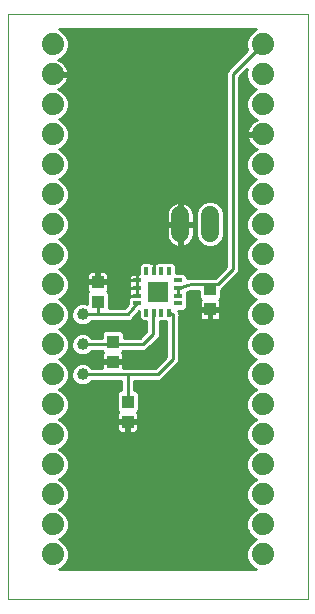
<source format=gtl>
G75*
%MOIN*%
%OFA0B0*%
%FSLAX25Y25*%
%IPPOS*%
%LPD*%
%AMOC8*
5,1,8,0,0,1.08239X$1,22.5*
%
%ADD10C,0.00000*%
%ADD11R,0.03937X0.04331*%
%ADD12C,0.06000*%
%ADD13C,0.07400*%
%ADD14R,0.06890X0.06890*%
%ADD15R,0.02559X0.01457*%
%ADD16R,0.01457X0.02559*%
%ADD17C,0.01000*%
%ADD18C,0.03969*%
D10*
X0001000Y0016000D02*
X0001000Y0211000D01*
X0101000Y0211000D01*
X0101000Y0016000D01*
X0001000Y0016000D01*
D11*
X0036000Y0095154D03*
X0036000Y0101846D03*
X0031000Y0115154D03*
X0031000Y0121846D03*
X0041000Y0081846D03*
X0041000Y0075154D03*
X0068500Y0112654D03*
X0068500Y0119346D03*
D12*
X0068500Y0138000D02*
X0068500Y0144000D01*
X0058500Y0144000D02*
X0058500Y0138000D01*
D13*
X0086000Y0141000D03*
X0086000Y0131000D03*
X0086000Y0121000D03*
X0086000Y0111000D03*
X0086000Y0101000D03*
X0086000Y0091000D03*
X0086000Y0081000D03*
X0086000Y0071000D03*
X0086000Y0061000D03*
X0086000Y0051000D03*
X0086000Y0041000D03*
X0086000Y0031000D03*
X0086000Y0151000D03*
X0086000Y0161000D03*
X0086000Y0171000D03*
X0086000Y0181000D03*
X0086000Y0191000D03*
X0086000Y0201000D03*
X0016000Y0201000D03*
X0016000Y0191000D03*
X0016000Y0181000D03*
X0016000Y0171000D03*
X0016000Y0161000D03*
X0016000Y0151000D03*
X0016000Y0141000D03*
X0016000Y0131000D03*
X0016000Y0121000D03*
X0016000Y0111000D03*
X0016000Y0101000D03*
X0016000Y0091000D03*
X0016000Y0081000D03*
X0016000Y0071000D03*
X0016000Y0061000D03*
X0016000Y0051000D03*
X0016000Y0041000D03*
X0016000Y0031000D03*
D14*
X0051000Y0118500D03*
D15*
X0057890Y0117220D03*
X0057890Y0114661D03*
X0057890Y0119780D03*
X0057890Y0122339D03*
X0044110Y0122339D03*
X0044110Y0119780D03*
X0044110Y0117220D03*
X0044110Y0114661D03*
D16*
X0047161Y0111610D03*
X0049720Y0111610D03*
X0052280Y0111610D03*
X0054839Y0111610D03*
X0054839Y0125390D03*
X0052280Y0125390D03*
X0049720Y0125390D03*
X0047161Y0125390D03*
D17*
X0044733Y0127373D02*
X0045729Y0128369D01*
X0048594Y0128369D01*
X0048794Y0128169D01*
X0048795Y0128169D01*
X0049720Y0128169D01*
X0049720Y0125390D01*
X0049721Y0125390D01*
X0049721Y0128169D01*
X0050646Y0128169D01*
X0050647Y0128169D01*
X0050847Y0128369D01*
X0056271Y0128369D01*
X0057267Y0127373D01*
X0057267Y0124767D01*
X0059873Y0124767D01*
X0060869Y0123771D01*
X0060869Y0122981D01*
X0061089Y0123200D01*
X0061680Y0123200D01*
X0062247Y0123368D01*
X0062558Y0123200D01*
X0065816Y0123200D01*
X0065827Y0123212D01*
X0070101Y0123212D01*
X0073800Y0126911D01*
X0073800Y0191911D01*
X0080956Y0199067D01*
X0080600Y0199926D01*
X0080600Y0202074D01*
X0081422Y0204059D01*
X0082941Y0205578D01*
X0083960Y0206000D01*
X0018040Y0206000D01*
X0019059Y0205578D01*
X0020578Y0204059D01*
X0021400Y0202074D01*
X0021400Y0199926D01*
X0020578Y0197941D01*
X0019059Y0196422D01*
X0017776Y0195891D01*
X0017996Y0195819D01*
X0018725Y0195447D01*
X0019388Y0194966D01*
X0019966Y0194388D01*
X0020447Y0193725D01*
X0020819Y0192996D01*
X0021072Y0192218D01*
X0021186Y0191500D01*
X0016500Y0191500D01*
X0016500Y0190500D01*
X0021186Y0190500D01*
X0021072Y0189782D01*
X0020819Y0189004D01*
X0020447Y0188275D01*
X0019966Y0187612D01*
X0019388Y0187034D01*
X0018725Y0186553D01*
X0017996Y0186181D01*
X0017776Y0186109D01*
X0019059Y0185578D01*
X0020578Y0184059D01*
X0021400Y0182074D01*
X0021400Y0179926D01*
X0020578Y0177941D01*
X0019059Y0176422D01*
X0018040Y0176000D01*
X0019059Y0175578D01*
X0020578Y0174059D01*
X0021400Y0172074D01*
X0021400Y0169926D01*
X0020578Y0167941D01*
X0019059Y0166422D01*
X0018040Y0166000D01*
X0019059Y0165578D01*
X0020578Y0164059D01*
X0021400Y0162074D01*
X0021400Y0159926D01*
X0020578Y0157941D01*
X0019059Y0156422D01*
X0018040Y0156000D01*
X0019059Y0155578D01*
X0020578Y0154059D01*
X0021400Y0152074D01*
X0021400Y0149926D01*
X0020578Y0147941D01*
X0019059Y0146422D01*
X0018040Y0146000D01*
X0019059Y0145578D01*
X0020578Y0144059D01*
X0021400Y0142074D01*
X0021400Y0139926D01*
X0020578Y0137941D01*
X0019059Y0136422D01*
X0018040Y0136000D01*
X0019059Y0135578D01*
X0020578Y0134059D01*
X0021400Y0132074D01*
X0021400Y0129926D01*
X0020578Y0127941D01*
X0019059Y0126422D01*
X0018040Y0126000D01*
X0019059Y0125578D01*
X0020578Y0124059D01*
X0021400Y0122074D01*
X0021400Y0119926D01*
X0020578Y0117941D01*
X0019059Y0116422D01*
X0018040Y0116000D01*
X0019059Y0115578D01*
X0020578Y0114059D01*
X0021400Y0112074D01*
X0021400Y0109926D01*
X0020578Y0107941D01*
X0019059Y0106422D01*
X0018040Y0106000D01*
X0019059Y0105578D01*
X0020578Y0104059D01*
X0021400Y0102074D01*
X0021400Y0099926D01*
X0020578Y0097941D01*
X0019059Y0096422D01*
X0018040Y0096000D01*
X0019059Y0095578D01*
X0020578Y0094059D01*
X0021400Y0092074D01*
X0021400Y0089926D01*
X0020578Y0087941D01*
X0019059Y0086422D01*
X0018040Y0086000D01*
X0019059Y0085578D01*
X0020578Y0084059D01*
X0021400Y0082074D01*
X0021400Y0079926D01*
X0020578Y0077941D01*
X0019059Y0076422D01*
X0018040Y0076000D01*
X0019059Y0075578D01*
X0020578Y0074059D01*
X0021400Y0072074D01*
X0021400Y0069926D01*
X0020578Y0067941D01*
X0019059Y0066422D01*
X0018040Y0066000D01*
X0019059Y0065578D01*
X0020578Y0064059D01*
X0021400Y0062074D01*
X0021400Y0059926D01*
X0020578Y0057941D01*
X0019059Y0056422D01*
X0018040Y0056000D01*
X0019059Y0055578D01*
X0020578Y0054059D01*
X0021400Y0052074D01*
X0021400Y0049926D01*
X0020578Y0047941D01*
X0019059Y0046422D01*
X0018040Y0046000D01*
X0019059Y0045578D01*
X0020578Y0044059D01*
X0021400Y0042074D01*
X0021400Y0039926D01*
X0020578Y0037941D01*
X0019059Y0036422D01*
X0018040Y0036000D01*
X0019059Y0035578D01*
X0020578Y0034059D01*
X0021400Y0032074D01*
X0021400Y0029926D01*
X0020578Y0027941D01*
X0019059Y0026422D01*
X0018040Y0026000D01*
X0083960Y0026000D01*
X0082941Y0026422D01*
X0081422Y0027941D01*
X0080600Y0029926D01*
X0080600Y0032074D01*
X0081422Y0034059D01*
X0082941Y0035578D01*
X0083960Y0036000D01*
X0082941Y0036422D01*
X0081422Y0037941D01*
X0080600Y0039926D01*
X0080600Y0042074D01*
X0081422Y0044059D01*
X0082941Y0045578D01*
X0083960Y0046000D01*
X0082941Y0046422D01*
X0081422Y0047941D01*
X0080600Y0049926D01*
X0080600Y0052074D01*
X0081422Y0054059D01*
X0082941Y0055578D01*
X0083960Y0056000D01*
X0082941Y0056422D01*
X0081422Y0057941D01*
X0080600Y0059926D01*
X0080600Y0062074D01*
X0081422Y0064059D01*
X0082941Y0065578D01*
X0083960Y0066000D01*
X0082941Y0066422D01*
X0081422Y0067941D01*
X0080600Y0069926D01*
X0080600Y0072074D01*
X0081422Y0074059D01*
X0082941Y0075578D01*
X0083960Y0076000D01*
X0082941Y0076422D01*
X0081422Y0077941D01*
X0080600Y0079926D01*
X0080600Y0082074D01*
X0081422Y0084059D01*
X0082941Y0085578D01*
X0083960Y0086000D01*
X0082941Y0086422D01*
X0081422Y0087941D01*
X0080600Y0089926D01*
X0080600Y0092074D01*
X0081422Y0094059D01*
X0082941Y0095578D01*
X0083960Y0096000D01*
X0082941Y0096422D01*
X0081422Y0097941D01*
X0080600Y0099926D01*
X0080600Y0102074D01*
X0081422Y0104059D01*
X0082941Y0105578D01*
X0083960Y0106000D01*
X0082941Y0106422D01*
X0081422Y0107941D01*
X0080600Y0109926D01*
X0080600Y0112074D01*
X0081422Y0114059D01*
X0082941Y0115578D01*
X0083960Y0116000D01*
X0082941Y0116422D01*
X0081422Y0117941D01*
X0080600Y0119926D01*
X0080600Y0122074D01*
X0081422Y0124059D01*
X0082941Y0125578D01*
X0083960Y0126000D01*
X0082941Y0126422D01*
X0081422Y0127941D01*
X0080600Y0129926D01*
X0080600Y0132074D01*
X0081422Y0134059D01*
X0082941Y0135578D01*
X0083960Y0136000D01*
X0082941Y0136422D01*
X0081422Y0137941D01*
X0080600Y0139926D01*
X0080600Y0142074D01*
X0081422Y0144059D01*
X0082941Y0145578D01*
X0083960Y0146000D01*
X0082941Y0146422D01*
X0081422Y0147941D01*
X0080600Y0149926D01*
X0080600Y0152074D01*
X0081422Y0154059D01*
X0082941Y0155578D01*
X0083960Y0156000D01*
X0082941Y0156422D01*
X0081422Y0157941D01*
X0080600Y0159926D01*
X0080600Y0162074D01*
X0081422Y0164059D01*
X0082941Y0165578D01*
X0084224Y0166109D01*
X0084004Y0166181D01*
X0083275Y0166553D01*
X0082612Y0167034D01*
X0082034Y0167612D01*
X0081553Y0168275D01*
X0081181Y0169004D01*
X0080928Y0169782D01*
X0080814Y0170500D01*
X0085500Y0170500D01*
X0085500Y0171500D01*
X0080814Y0171500D01*
X0080928Y0172218D01*
X0081181Y0172996D01*
X0081553Y0173725D01*
X0082034Y0174388D01*
X0082612Y0174966D01*
X0083275Y0175447D01*
X0084004Y0175819D01*
X0084224Y0175891D01*
X0082941Y0176422D01*
X0081422Y0177941D01*
X0080600Y0179926D01*
X0080600Y0182074D01*
X0081422Y0184059D01*
X0082941Y0185578D01*
X0083960Y0186000D01*
X0082941Y0186422D01*
X0081422Y0187941D01*
X0080600Y0189926D01*
X0080600Y0192074D01*
X0080893Y0192782D01*
X0078200Y0190089D01*
X0078200Y0125089D01*
X0076911Y0123800D01*
X0072168Y0119057D01*
X0072168Y0116477D01*
X0071550Y0115859D01*
X0071669Y0115740D01*
X0071866Y0115398D01*
X0071968Y0115016D01*
X0071968Y0113138D01*
X0068984Y0113138D01*
X0068984Y0112169D01*
X0068984Y0108988D01*
X0070666Y0108988D01*
X0071047Y0109090D01*
X0071390Y0109288D01*
X0071669Y0109567D01*
X0071866Y0109909D01*
X0071968Y0110291D01*
X0071968Y0112169D01*
X0068984Y0112169D01*
X0068016Y0112169D01*
X0068016Y0108988D01*
X0066334Y0108988D01*
X0065953Y0109090D01*
X0065610Y0109288D01*
X0065331Y0109567D01*
X0065134Y0109909D01*
X0065031Y0110291D01*
X0065031Y0112169D01*
X0068016Y0112169D01*
X0068016Y0113138D01*
X0065031Y0113138D01*
X0065031Y0115016D01*
X0065134Y0115398D01*
X0065331Y0115740D01*
X0065450Y0115859D01*
X0064831Y0116477D01*
X0064831Y0118800D01*
X0062320Y0118800D01*
X0060869Y0118369D01*
X0060869Y0113229D01*
X0059873Y0112233D01*
X0057920Y0112233D01*
X0057939Y0112172D01*
X0058200Y0111911D01*
X0058200Y0111334D01*
X0058371Y0110783D01*
X0058200Y0110457D01*
X0058200Y0095089D01*
X0053200Y0090089D01*
X0051911Y0088800D01*
X0043200Y0088800D01*
X0043200Y0085712D01*
X0043673Y0085712D01*
X0044668Y0084716D01*
X0044668Y0078977D01*
X0044050Y0078359D01*
X0044169Y0078240D01*
X0044366Y0077898D01*
X0044468Y0077516D01*
X0044468Y0075638D01*
X0041484Y0075638D01*
X0041484Y0074669D01*
X0041484Y0071488D01*
X0043166Y0071488D01*
X0043547Y0071590D01*
X0043890Y0071788D01*
X0044169Y0072067D01*
X0044366Y0072409D01*
X0044468Y0072791D01*
X0044468Y0074669D01*
X0041484Y0074669D01*
X0040516Y0074669D01*
X0040516Y0071488D01*
X0038834Y0071488D01*
X0038453Y0071590D01*
X0038110Y0071788D01*
X0037831Y0072067D01*
X0037634Y0072409D01*
X0037531Y0072791D01*
X0037531Y0074669D01*
X0040516Y0074669D01*
X0040516Y0075638D01*
X0037531Y0075638D01*
X0037531Y0077516D01*
X0037634Y0077898D01*
X0037831Y0078240D01*
X0037950Y0078359D01*
X0037331Y0078977D01*
X0037331Y0084716D01*
X0038327Y0085712D01*
X0038800Y0085712D01*
X0038800Y0088800D01*
X0029010Y0088800D01*
X0028087Y0087877D01*
X0026733Y0087316D01*
X0025267Y0087316D01*
X0023913Y0087877D01*
X0022877Y0088913D01*
X0022316Y0090267D01*
X0022316Y0091733D01*
X0022877Y0093087D01*
X0023913Y0094123D01*
X0025267Y0094684D01*
X0026733Y0094684D01*
X0028087Y0094123D01*
X0029010Y0093200D01*
X0032531Y0093200D01*
X0032531Y0094669D01*
X0035516Y0094669D01*
X0035516Y0095638D01*
X0032531Y0095638D01*
X0032531Y0097516D01*
X0032634Y0097898D01*
X0032831Y0098240D01*
X0032950Y0098359D01*
X0032508Y0098800D01*
X0029010Y0098800D01*
X0028087Y0097877D01*
X0026733Y0097316D01*
X0025267Y0097316D01*
X0023913Y0097877D01*
X0022877Y0098913D01*
X0022316Y0100267D01*
X0022316Y0101733D01*
X0022877Y0103087D01*
X0023913Y0104123D01*
X0025267Y0104684D01*
X0026733Y0104684D01*
X0028087Y0104123D01*
X0029010Y0103200D01*
X0032331Y0103200D01*
X0032331Y0104716D01*
X0033327Y0105712D01*
X0038673Y0105712D01*
X0039668Y0104716D01*
X0039668Y0103200D01*
X0045089Y0103200D01*
X0047300Y0105411D01*
X0047300Y0108631D01*
X0045729Y0108631D01*
X0044733Y0109627D01*
X0044733Y0111996D01*
X0043200Y0110192D01*
X0043200Y0110089D01*
X0042619Y0109508D01*
X0042087Y0108881D01*
X0041984Y0108873D01*
X0041911Y0108800D01*
X0041089Y0108800D01*
X0040270Y0108733D01*
X0040192Y0108800D01*
X0029010Y0108800D01*
X0028087Y0107877D01*
X0026733Y0107316D01*
X0025267Y0107316D01*
X0023913Y0107877D01*
X0022877Y0108913D01*
X0022316Y0110267D01*
X0022316Y0111733D01*
X0022877Y0113087D01*
X0023913Y0114123D01*
X0025267Y0114684D01*
X0026733Y0114684D01*
X0027331Y0114436D01*
X0027331Y0118023D01*
X0027950Y0118641D01*
X0027831Y0118760D01*
X0027634Y0119102D01*
X0027531Y0119484D01*
X0027531Y0121362D01*
X0030516Y0121362D01*
X0030516Y0122331D01*
X0030516Y0125512D01*
X0028834Y0125512D01*
X0028453Y0125410D01*
X0028110Y0125212D01*
X0027831Y0124933D01*
X0027634Y0124591D01*
X0027531Y0124209D01*
X0027531Y0122331D01*
X0030516Y0122331D01*
X0031484Y0122331D01*
X0031484Y0125512D01*
X0033166Y0125512D01*
X0033547Y0125410D01*
X0033890Y0125212D01*
X0034169Y0124933D01*
X0034366Y0124591D01*
X0034468Y0124209D01*
X0034468Y0122331D01*
X0031484Y0122331D01*
X0031484Y0121362D01*
X0034468Y0121362D01*
X0034468Y0119484D01*
X0034366Y0119102D01*
X0034169Y0118760D01*
X0034050Y0118641D01*
X0034668Y0118023D01*
X0034668Y0113200D01*
X0039982Y0113200D01*
X0041131Y0114552D01*
X0041131Y0116094D01*
X0041331Y0116294D01*
X0041331Y0116295D01*
X0041331Y0117220D01*
X0044110Y0117220D01*
X0044110Y0117221D01*
X0044110Y0119779D01*
X0044110Y0119779D01*
X0041331Y0119779D01*
X0041331Y0118854D01*
X0041425Y0118500D01*
X0041331Y0118146D01*
X0041331Y0117221D01*
X0044110Y0117221D01*
X0044110Y0117221D01*
X0044110Y0117551D01*
X0044110Y0119779D01*
X0044110Y0119780D01*
X0044110Y0122338D01*
X0044110Y0122338D01*
X0044110Y0122339D02*
X0041331Y0122339D01*
X0044110Y0122339D01*
X0044110Y0124567D01*
X0042633Y0124567D01*
X0042252Y0124465D01*
X0041910Y0124267D01*
X0041630Y0123988D01*
X0041433Y0123646D01*
X0041331Y0123264D01*
X0041331Y0122339D01*
X0041331Y0121413D01*
X0041425Y0121059D01*
X0041331Y0120705D01*
X0041331Y0119780D01*
X0044110Y0119780D01*
X0044110Y0119780D01*
X0044110Y0120110D01*
X0044110Y0122338D01*
X0044110Y0122339D02*
X0044110Y0122339D01*
X0044110Y0122339D01*
X0044110Y0124567D01*
X0044733Y0124567D01*
X0044733Y0127373D01*
X0044733Y0126827D02*
X0019464Y0126827D01*
X0020463Y0127826D02*
X0045185Y0127826D01*
X0044733Y0125829D02*
X0018453Y0125829D01*
X0019806Y0124830D02*
X0027772Y0124830D01*
X0027531Y0123832D02*
X0020672Y0123832D01*
X0021086Y0122833D02*
X0027531Y0122833D01*
X0027531Y0120836D02*
X0021400Y0120836D01*
X0021400Y0121835D02*
X0030516Y0121835D01*
X0031484Y0121835D02*
X0041331Y0121835D01*
X0041331Y0122833D02*
X0034468Y0122833D01*
X0034468Y0123832D02*
X0041540Y0123832D01*
X0041366Y0120836D02*
X0034468Y0120836D01*
X0034468Y0119838D02*
X0041331Y0119838D01*
X0041335Y0118839D02*
X0034214Y0118839D01*
X0034668Y0117841D02*
X0041331Y0117841D01*
X0041331Y0116842D02*
X0034668Y0116842D01*
X0034668Y0115844D02*
X0041131Y0115844D01*
X0041131Y0114845D02*
X0034668Y0114845D01*
X0034668Y0113847D02*
X0040532Y0113847D01*
X0041000Y0111000D02*
X0031000Y0111000D01*
X0031000Y0115154D01*
X0031000Y0111000D02*
X0026000Y0111000D01*
X0027331Y0114845D02*
X0019792Y0114845D01*
X0020666Y0113847D02*
X0023636Y0113847D01*
X0022778Y0112848D02*
X0021079Y0112848D01*
X0021400Y0111850D02*
X0022364Y0111850D01*
X0022316Y0110851D02*
X0021400Y0110851D01*
X0021370Y0109853D02*
X0022487Y0109853D01*
X0022936Y0108854D02*
X0020956Y0108854D01*
X0020492Y0107856D02*
X0023964Y0107856D01*
X0023651Y0103862D02*
X0020660Y0103862D01*
X0021073Y0102863D02*
X0022784Y0102863D01*
X0022370Y0101865D02*
X0021400Y0101865D01*
X0021400Y0100866D02*
X0022316Y0100866D01*
X0022481Y0099868D02*
X0021376Y0099868D01*
X0020962Y0098869D02*
X0022921Y0098869D01*
X0023928Y0097870D02*
X0020507Y0097870D01*
X0019509Y0096872D02*
X0032531Y0096872D01*
X0032531Y0095873D02*
X0018345Y0095873D01*
X0019762Y0094875D02*
X0035516Y0094875D01*
X0036484Y0094875D02*
X0051764Y0094875D01*
X0052762Y0095873D02*
X0039468Y0095873D01*
X0039468Y0095638D02*
X0039468Y0097516D01*
X0039366Y0097898D01*
X0039169Y0098240D01*
X0039050Y0098359D01*
X0039492Y0098800D01*
X0046911Y0098800D01*
X0048200Y0100089D01*
X0051700Y0103589D01*
X0051700Y0108631D01*
X0053800Y0108631D01*
X0053800Y0096911D01*
X0050089Y0093200D01*
X0039468Y0093200D01*
X0039468Y0094669D01*
X0036484Y0094669D01*
X0036484Y0095638D01*
X0039468Y0095638D01*
X0039468Y0096872D02*
X0053761Y0096872D01*
X0053800Y0097870D02*
X0039374Y0097870D01*
X0039468Y0093876D02*
X0050765Y0093876D01*
X0051000Y0091000D02*
X0041000Y0091000D01*
X0026000Y0091000D01*
X0028334Y0093876D02*
X0032531Y0093876D01*
X0032626Y0097870D02*
X0028072Y0097870D01*
X0026000Y0101000D02*
X0036846Y0101000D01*
X0036000Y0101846D01*
X0036846Y0101000D02*
X0046000Y0101000D01*
X0049500Y0104500D01*
X0049500Y0109500D01*
X0049720Y0111610D01*
X0051700Y0107856D02*
X0053800Y0107856D01*
X0053800Y0106857D02*
X0051700Y0106857D01*
X0051700Y0105859D02*
X0053800Y0105859D01*
X0053800Y0104860D02*
X0051700Y0104860D01*
X0051700Y0103862D02*
X0053800Y0103862D01*
X0053800Y0102863D02*
X0050974Y0102863D01*
X0049976Y0101865D02*
X0053800Y0101865D01*
X0053800Y0100866D02*
X0048977Y0100866D01*
X0047979Y0099868D02*
X0053800Y0099868D01*
X0053800Y0098869D02*
X0046980Y0098869D01*
X0045750Y0103862D02*
X0039668Y0103862D01*
X0039524Y0104860D02*
X0046749Y0104860D01*
X0047300Y0105859D02*
X0018381Y0105859D01*
X0019494Y0106857D02*
X0047300Y0106857D01*
X0047300Y0107856D02*
X0028036Y0107856D01*
X0028349Y0103862D02*
X0032331Y0103862D01*
X0032476Y0104860D02*
X0019777Y0104860D01*
X0020653Y0093876D02*
X0023666Y0093876D01*
X0022790Y0092878D02*
X0021067Y0092878D01*
X0021400Y0091879D02*
X0022376Y0091879D01*
X0022316Y0090881D02*
X0021400Y0090881D01*
X0021382Y0089882D02*
X0022475Y0089882D01*
X0022906Y0088884D02*
X0020968Y0088884D01*
X0020522Y0087885D02*
X0023904Y0087885D01*
X0021061Y0082893D02*
X0037331Y0082893D01*
X0037331Y0083891D02*
X0020647Y0083891D01*
X0019747Y0084890D02*
X0037505Y0084890D01*
X0038800Y0085888D02*
X0018309Y0085888D01*
X0019524Y0086887D02*
X0038800Y0086887D01*
X0038800Y0087885D02*
X0028096Y0087885D01*
X0021400Y0081894D02*
X0037331Y0081894D01*
X0037331Y0080896D02*
X0021400Y0080896D01*
X0021388Y0079897D02*
X0037331Y0079897D01*
X0037410Y0078899D02*
X0020975Y0078899D01*
X0020537Y0077900D02*
X0037635Y0077900D01*
X0037531Y0076902D02*
X0019538Y0076902D01*
X0018273Y0075903D02*
X0037531Y0075903D01*
X0037531Y0073906D02*
X0020641Y0073906D01*
X0021055Y0072908D02*
X0037531Y0072908D01*
X0037989Y0071909D02*
X0021400Y0071909D01*
X0021400Y0070911D02*
X0080600Y0070911D01*
X0080600Y0071909D02*
X0044011Y0071909D01*
X0044468Y0072908D02*
X0080945Y0072908D01*
X0081359Y0073906D02*
X0044468Y0073906D01*
X0044468Y0075903D02*
X0083727Y0075903D01*
X0082461Y0076902D02*
X0044468Y0076902D01*
X0044365Y0077900D02*
X0081463Y0077900D01*
X0081025Y0078899D02*
X0044590Y0078899D01*
X0044668Y0079897D02*
X0080612Y0079897D01*
X0080600Y0080896D02*
X0044668Y0080896D01*
X0044668Y0081894D02*
X0080600Y0081894D01*
X0080939Y0082893D02*
X0044668Y0082893D01*
X0044668Y0083891D02*
X0081353Y0083891D01*
X0082253Y0084890D02*
X0044495Y0084890D01*
X0043200Y0085888D02*
X0083691Y0085888D01*
X0082476Y0086887D02*
X0043200Y0086887D01*
X0043200Y0087885D02*
X0081478Y0087885D01*
X0081032Y0088884D02*
X0051995Y0088884D01*
X0052994Y0089882D02*
X0080618Y0089882D01*
X0080600Y0090881D02*
X0053992Y0090881D01*
X0054991Y0091879D02*
X0080600Y0091879D01*
X0080933Y0092878D02*
X0055989Y0092878D01*
X0056988Y0093876D02*
X0081347Y0093876D01*
X0082238Y0094875D02*
X0057986Y0094875D01*
X0058200Y0095873D02*
X0083655Y0095873D01*
X0082491Y0096872D02*
X0058200Y0096872D01*
X0058200Y0097870D02*
X0081493Y0097870D01*
X0081038Y0098869D02*
X0058200Y0098869D01*
X0058200Y0099868D02*
X0080624Y0099868D01*
X0080600Y0100866D02*
X0058200Y0100866D01*
X0058200Y0101865D02*
X0080600Y0101865D01*
X0080927Y0102863D02*
X0058200Y0102863D01*
X0058200Y0103862D02*
X0081340Y0103862D01*
X0082223Y0104860D02*
X0058200Y0104860D01*
X0058200Y0105859D02*
X0083619Y0105859D01*
X0082506Y0106857D02*
X0058200Y0106857D01*
X0058200Y0107856D02*
X0081508Y0107856D01*
X0081044Y0108854D02*
X0058200Y0108854D01*
X0058200Y0109853D02*
X0065166Y0109853D01*
X0065031Y0110851D02*
X0058350Y0110851D01*
X0058200Y0111850D02*
X0065031Y0111850D01*
X0065031Y0113847D02*
X0060869Y0113847D01*
X0060869Y0114845D02*
X0065031Y0114845D01*
X0065435Y0115844D02*
X0060869Y0115844D01*
X0060869Y0116842D02*
X0064831Y0116842D01*
X0064831Y0117841D02*
X0060869Y0117841D01*
X0062000Y0121000D02*
X0057890Y0119780D01*
X0057890Y0117220D01*
X0060489Y0112848D02*
X0068016Y0112848D01*
X0068984Y0112848D02*
X0080921Y0112848D01*
X0080600Y0111850D02*
X0071968Y0111850D01*
X0071968Y0110851D02*
X0080600Y0110851D01*
X0080630Y0109853D02*
X0071834Y0109853D01*
X0071968Y0113847D02*
X0081334Y0113847D01*
X0082208Y0114845D02*
X0071968Y0114845D01*
X0071565Y0115844D02*
X0083583Y0115844D01*
X0082521Y0116842D02*
X0072168Y0116842D01*
X0072168Y0117841D02*
X0081523Y0117841D01*
X0081050Y0118839D02*
X0072168Y0118839D01*
X0072949Y0119838D02*
X0080637Y0119838D01*
X0080600Y0120836D02*
X0073948Y0120836D01*
X0074946Y0121835D02*
X0080600Y0121835D01*
X0080914Y0122833D02*
X0075945Y0122833D01*
X0076943Y0123832D02*
X0081328Y0123832D01*
X0082194Y0124830D02*
X0077942Y0124830D01*
X0078200Y0125829D02*
X0083547Y0125829D01*
X0082536Y0126827D02*
X0078200Y0126827D01*
X0078200Y0127826D02*
X0081537Y0127826D01*
X0081056Y0128824D02*
X0078200Y0128824D01*
X0078200Y0129823D02*
X0080643Y0129823D01*
X0080600Y0130821D02*
X0078200Y0130821D01*
X0078200Y0131820D02*
X0080600Y0131820D01*
X0080908Y0132818D02*
X0078200Y0132818D01*
X0078200Y0133817D02*
X0081322Y0133817D01*
X0082179Y0134815D02*
X0078200Y0134815D01*
X0078200Y0135814D02*
X0083511Y0135814D01*
X0082551Y0136812D02*
X0078200Y0136812D01*
X0078200Y0137811D02*
X0081552Y0137811D01*
X0081062Y0138809D02*
X0078200Y0138809D01*
X0078200Y0139808D02*
X0080649Y0139808D01*
X0080600Y0140806D02*
X0078200Y0140806D01*
X0078200Y0141805D02*
X0080600Y0141805D01*
X0080902Y0142803D02*
X0078200Y0142803D01*
X0078200Y0143802D02*
X0081316Y0143802D01*
X0082164Y0144801D02*
X0078200Y0144801D01*
X0078200Y0145799D02*
X0083475Y0145799D01*
X0082566Y0146798D02*
X0078200Y0146798D01*
X0078200Y0147796D02*
X0081567Y0147796D01*
X0081069Y0148795D02*
X0078200Y0148795D01*
X0078200Y0149793D02*
X0080655Y0149793D01*
X0080600Y0150792D02*
X0078200Y0150792D01*
X0078200Y0151790D02*
X0080600Y0151790D01*
X0080896Y0152789D02*
X0078200Y0152789D01*
X0078200Y0153787D02*
X0081310Y0153787D01*
X0082149Y0154786D02*
X0078200Y0154786D01*
X0078200Y0155784D02*
X0083439Y0155784D01*
X0082581Y0156783D02*
X0078200Y0156783D01*
X0078200Y0157781D02*
X0081582Y0157781D01*
X0081075Y0158780D02*
X0078200Y0158780D01*
X0078200Y0159778D02*
X0080661Y0159778D01*
X0080600Y0160777D02*
X0078200Y0160777D01*
X0078200Y0161775D02*
X0080600Y0161775D01*
X0080890Y0162774D02*
X0078200Y0162774D01*
X0078200Y0163772D02*
X0081303Y0163772D01*
X0082134Y0164771D02*
X0078200Y0164771D01*
X0078200Y0165769D02*
X0083403Y0165769D01*
X0082978Y0166768D02*
X0078200Y0166768D01*
X0078200Y0167766D02*
X0081922Y0167766D01*
X0081303Y0168765D02*
X0078200Y0168765D01*
X0078200Y0169763D02*
X0080934Y0169763D01*
X0080856Y0171760D02*
X0078200Y0171760D01*
X0078200Y0170762D02*
X0085500Y0170762D01*
X0083877Y0175754D02*
X0078200Y0175754D01*
X0078200Y0174756D02*
X0082402Y0174756D01*
X0081576Y0173757D02*
X0078200Y0173757D01*
X0078200Y0172759D02*
X0081104Y0172759D01*
X0082610Y0176753D02*
X0078200Y0176753D01*
X0078200Y0177751D02*
X0081612Y0177751D01*
X0081087Y0178750D02*
X0078200Y0178750D01*
X0078200Y0179748D02*
X0080673Y0179748D01*
X0080600Y0180747D02*
X0078200Y0180747D01*
X0078200Y0181745D02*
X0080600Y0181745D01*
X0080877Y0182744D02*
X0078200Y0182744D01*
X0078200Y0183742D02*
X0081291Y0183742D01*
X0082104Y0184741D02*
X0078200Y0184741D01*
X0078200Y0185739D02*
X0083331Y0185739D01*
X0082625Y0186738D02*
X0078200Y0186738D01*
X0078200Y0187737D02*
X0081627Y0187737D01*
X0081093Y0188735D02*
X0078200Y0188735D01*
X0078200Y0189734D02*
X0080680Y0189734D01*
X0080600Y0190732D02*
X0078843Y0190732D01*
X0079842Y0191731D02*
X0080600Y0191731D01*
X0080840Y0192729D02*
X0080871Y0192729D01*
X0078612Y0196723D02*
X0019360Y0196723D01*
X0020358Y0197722D02*
X0079610Y0197722D01*
X0080609Y0198720D02*
X0020901Y0198720D01*
X0021314Y0199719D02*
X0080686Y0199719D01*
X0080600Y0200717D02*
X0021400Y0200717D01*
X0021400Y0201716D02*
X0080600Y0201716D01*
X0080865Y0202714D02*
X0021135Y0202714D01*
X0020721Y0203713D02*
X0081279Y0203713D01*
X0082074Y0204711D02*
X0019926Y0204711D01*
X0018741Y0205710D02*
X0083259Y0205710D01*
X0086000Y0201000D02*
X0076000Y0191000D01*
X0076000Y0126000D01*
X0071000Y0121000D01*
X0068500Y0121000D01*
X0062000Y0121000D01*
X0060809Y0123832D02*
X0070721Y0123832D01*
X0071719Y0124830D02*
X0057267Y0124830D01*
X0057267Y0125829D02*
X0072718Y0125829D01*
X0073716Y0126827D02*
X0057267Y0126827D01*
X0056815Y0127826D02*
X0073800Y0127826D01*
X0073800Y0128824D02*
X0020944Y0128824D01*
X0021357Y0129823D02*
X0073800Y0129823D01*
X0073800Y0130821D02*
X0021400Y0130821D01*
X0021400Y0131820D02*
X0073800Y0131820D01*
X0073800Y0132818D02*
X0021092Y0132818D01*
X0020678Y0133817D02*
X0056812Y0133817D01*
X0056773Y0133830D02*
X0057446Y0133611D01*
X0058000Y0133523D01*
X0058000Y0140500D01*
X0059000Y0140500D01*
X0059000Y0141500D01*
X0063000Y0141500D01*
X0063000Y0144354D01*
X0062889Y0145054D01*
X0062670Y0145727D01*
X0062349Y0146359D01*
X0061932Y0146932D01*
X0061432Y0147432D01*
X0060859Y0147849D01*
X0060227Y0148170D01*
X0059554Y0148389D01*
X0059000Y0148477D01*
X0059000Y0141500D01*
X0058000Y0141500D01*
X0058000Y0148477D01*
X0057446Y0148389D01*
X0056773Y0148170D01*
X0056141Y0147849D01*
X0055568Y0147432D01*
X0055068Y0146932D01*
X0054651Y0146359D01*
X0054330Y0145727D01*
X0054111Y0145054D01*
X0054000Y0144354D01*
X0054000Y0141500D01*
X0058000Y0141500D01*
X0058000Y0140500D01*
X0054000Y0140500D01*
X0054000Y0137646D01*
X0054111Y0136946D01*
X0054330Y0136273D01*
X0054651Y0135641D01*
X0055068Y0135068D01*
X0055568Y0134568D01*
X0056141Y0134151D01*
X0056773Y0133830D01*
X0058000Y0133817D02*
X0059000Y0133817D01*
X0059000Y0133523D02*
X0059554Y0133611D01*
X0060227Y0133830D01*
X0060859Y0134151D01*
X0061432Y0134568D01*
X0061932Y0135068D01*
X0062349Y0135641D01*
X0062670Y0136273D01*
X0062889Y0136946D01*
X0063000Y0137646D01*
X0063000Y0140500D01*
X0059000Y0140500D01*
X0059000Y0133523D01*
X0060188Y0133817D02*
X0066317Y0133817D01*
X0065838Y0134016D02*
X0067565Y0133300D01*
X0069435Y0133300D01*
X0071162Y0134016D01*
X0072484Y0135338D01*
X0073200Y0137065D01*
X0073200Y0144935D01*
X0072484Y0146662D01*
X0071162Y0147984D01*
X0069435Y0148700D01*
X0067565Y0148700D01*
X0065838Y0147984D01*
X0064516Y0146662D01*
X0063800Y0144935D01*
X0063800Y0137065D01*
X0064516Y0135338D01*
X0065838Y0134016D01*
X0065038Y0134815D02*
X0061679Y0134815D01*
X0062437Y0135814D02*
X0064318Y0135814D01*
X0063905Y0136812D02*
X0062846Y0136812D01*
X0063000Y0137811D02*
X0063800Y0137811D01*
X0063800Y0138809D02*
X0063000Y0138809D01*
X0063000Y0139808D02*
X0063800Y0139808D01*
X0063800Y0140806D02*
X0059000Y0140806D01*
X0059000Y0139808D02*
X0058000Y0139808D01*
X0058000Y0140806D02*
X0021400Y0140806D01*
X0021400Y0141805D02*
X0054000Y0141805D01*
X0054000Y0142803D02*
X0021098Y0142803D01*
X0020684Y0143802D02*
X0054000Y0143802D01*
X0054071Y0144801D02*
X0019836Y0144801D01*
X0018525Y0145799D02*
X0054366Y0145799D01*
X0054970Y0146798D02*
X0019434Y0146798D01*
X0020433Y0147796D02*
X0056069Y0147796D01*
X0058000Y0147796D02*
X0059000Y0147796D01*
X0059000Y0146798D02*
X0058000Y0146798D01*
X0058000Y0145799D02*
X0059000Y0145799D01*
X0059000Y0144801D02*
X0058000Y0144801D01*
X0058000Y0143802D02*
X0059000Y0143802D01*
X0059000Y0142803D02*
X0058000Y0142803D01*
X0058000Y0141805D02*
X0059000Y0141805D01*
X0059000Y0138809D02*
X0058000Y0138809D01*
X0058000Y0137811D02*
X0059000Y0137811D01*
X0059000Y0136812D02*
X0058000Y0136812D01*
X0058000Y0135814D02*
X0059000Y0135814D01*
X0059000Y0134815D02*
X0058000Y0134815D01*
X0055321Y0134815D02*
X0019821Y0134815D01*
X0018489Y0135814D02*
X0054563Y0135814D01*
X0054154Y0136812D02*
X0019449Y0136812D01*
X0020448Y0137811D02*
X0054000Y0137811D01*
X0054000Y0138809D02*
X0020938Y0138809D01*
X0021351Y0139808D02*
X0054000Y0139808D01*
X0049720Y0127826D02*
X0049721Y0127826D01*
X0049720Y0126827D02*
X0049721Y0126827D01*
X0049720Y0125829D02*
X0049721Y0125829D01*
X0044733Y0124830D02*
X0034228Y0124830D01*
X0031484Y0124830D02*
X0030516Y0124830D01*
X0030516Y0123832D02*
X0031484Y0123832D01*
X0031484Y0122833D02*
X0030516Y0122833D01*
X0027785Y0118839D02*
X0020950Y0118839D01*
X0021363Y0119838D02*
X0027531Y0119838D01*
X0027331Y0117841D02*
X0020477Y0117841D01*
X0019479Y0116842D02*
X0027331Y0116842D01*
X0027331Y0115844D02*
X0018417Y0115844D01*
X0020931Y0148795D02*
X0073800Y0148795D01*
X0073800Y0149793D02*
X0021345Y0149793D01*
X0021400Y0150792D02*
X0073800Y0150792D01*
X0073800Y0151790D02*
X0021400Y0151790D01*
X0021104Y0152789D02*
X0073800Y0152789D01*
X0073800Y0153787D02*
X0020690Y0153787D01*
X0019851Y0154786D02*
X0073800Y0154786D01*
X0073800Y0155784D02*
X0018561Y0155784D01*
X0019419Y0156783D02*
X0073800Y0156783D01*
X0073800Y0157781D02*
X0020418Y0157781D01*
X0020925Y0158780D02*
X0073800Y0158780D01*
X0073800Y0159778D02*
X0021339Y0159778D01*
X0021400Y0160777D02*
X0073800Y0160777D01*
X0073800Y0161775D02*
X0021400Y0161775D01*
X0021110Y0162774D02*
X0073800Y0162774D01*
X0073800Y0163772D02*
X0020697Y0163772D01*
X0019866Y0164771D02*
X0073800Y0164771D01*
X0073800Y0165769D02*
X0018597Y0165769D01*
X0019405Y0166768D02*
X0073800Y0166768D01*
X0073800Y0167766D02*
X0020403Y0167766D01*
X0020919Y0168765D02*
X0073800Y0168765D01*
X0073800Y0169763D02*
X0021333Y0169763D01*
X0021400Y0170762D02*
X0073800Y0170762D01*
X0073800Y0171760D02*
X0021400Y0171760D01*
X0021116Y0172759D02*
X0073800Y0172759D01*
X0073800Y0173757D02*
X0020703Y0173757D01*
X0019881Y0174756D02*
X0073800Y0174756D01*
X0073800Y0175754D02*
X0018633Y0175754D01*
X0019390Y0176753D02*
X0073800Y0176753D01*
X0073800Y0177751D02*
X0020388Y0177751D01*
X0020913Y0178750D02*
X0073800Y0178750D01*
X0073800Y0179748D02*
X0021326Y0179748D01*
X0021400Y0180747D02*
X0073800Y0180747D01*
X0073800Y0181745D02*
X0021400Y0181745D01*
X0021123Y0182744D02*
X0073800Y0182744D01*
X0073800Y0183742D02*
X0020709Y0183742D01*
X0019896Y0184741D02*
X0073800Y0184741D01*
X0073800Y0185739D02*
X0018669Y0185739D01*
X0018981Y0186738D02*
X0073800Y0186738D01*
X0073800Y0187737D02*
X0020056Y0187737D01*
X0020682Y0188735D02*
X0073800Y0188735D01*
X0073800Y0189734D02*
X0021056Y0189734D01*
X0021149Y0191731D02*
X0073800Y0191731D01*
X0073800Y0190732D02*
X0016500Y0190732D01*
X0018181Y0195725D02*
X0077613Y0195725D01*
X0076615Y0194726D02*
X0019628Y0194726D01*
X0020446Y0193728D02*
X0075616Y0193728D01*
X0074618Y0192729D02*
X0020906Y0192729D01*
X0044110Y0123832D02*
X0044110Y0123832D01*
X0044110Y0122833D02*
X0044110Y0122833D01*
X0044110Y0121835D02*
X0044110Y0121835D01*
X0044110Y0120836D02*
X0044110Y0120836D01*
X0044110Y0119838D02*
X0044110Y0119838D01*
X0044110Y0118839D02*
X0044110Y0118839D01*
X0044110Y0117841D02*
X0044110Y0117841D01*
X0044110Y0114661D02*
X0041000Y0111000D01*
X0042964Y0109853D02*
X0044733Y0109853D01*
X0044733Y0110851D02*
X0043760Y0110851D01*
X0044608Y0111850D02*
X0044733Y0111850D01*
X0045505Y0108854D02*
X0041965Y0108854D01*
X0041000Y0091000D02*
X0041000Y0081846D01*
X0040516Y0074905D02*
X0019732Y0074905D01*
X0021394Y0069912D02*
X0080606Y0069912D01*
X0081019Y0068914D02*
X0020981Y0068914D01*
X0020552Y0067915D02*
X0081448Y0067915D01*
X0082447Y0066917D02*
X0019553Y0066917D01*
X0018237Y0065918D02*
X0083763Y0065918D01*
X0082283Y0064920D02*
X0019717Y0064920D01*
X0020635Y0063921D02*
X0081365Y0063921D01*
X0080951Y0062923D02*
X0021049Y0062923D01*
X0021400Y0061924D02*
X0080600Y0061924D01*
X0080600Y0060926D02*
X0021400Y0060926D01*
X0021400Y0059927D02*
X0080600Y0059927D01*
X0081013Y0058929D02*
X0020987Y0058929D01*
X0020567Y0057930D02*
X0081433Y0057930D01*
X0082432Y0056932D02*
X0019568Y0056932D01*
X0018202Y0055933D02*
X0083799Y0055933D01*
X0082298Y0054934D02*
X0019702Y0054934D01*
X0020629Y0053936D02*
X0081371Y0053936D01*
X0080958Y0052937D02*
X0021042Y0052937D01*
X0021400Y0051939D02*
X0080600Y0051939D01*
X0080600Y0050940D02*
X0021400Y0050940D01*
X0021400Y0049942D02*
X0080600Y0049942D01*
X0081007Y0048943D02*
X0020993Y0048943D01*
X0020579Y0047945D02*
X0081421Y0047945D01*
X0082417Y0046946D02*
X0019583Y0046946D01*
X0018166Y0045948D02*
X0083834Y0045948D01*
X0082313Y0044949D02*
X0019687Y0044949D01*
X0020623Y0043951D02*
X0081377Y0043951D01*
X0080964Y0042952D02*
X0021036Y0042952D01*
X0021400Y0041954D02*
X0080600Y0041954D01*
X0080600Y0040955D02*
X0021400Y0040955D01*
X0021400Y0039957D02*
X0080600Y0039957D01*
X0081001Y0038958D02*
X0020999Y0038958D01*
X0020586Y0037960D02*
X0081414Y0037960D01*
X0082402Y0036961D02*
X0019598Y0036961D01*
X0018130Y0035963D02*
X0083870Y0035963D01*
X0082328Y0034964D02*
X0019672Y0034964D01*
X0020616Y0033966D02*
X0081384Y0033966D01*
X0080970Y0032967D02*
X0021030Y0032967D01*
X0021400Y0031969D02*
X0080600Y0031969D01*
X0080600Y0030970D02*
X0021400Y0030970D01*
X0021400Y0029972D02*
X0080600Y0029972D01*
X0080995Y0028973D02*
X0021005Y0028973D01*
X0020592Y0027975D02*
X0081408Y0027975D01*
X0082387Y0026976D02*
X0019613Y0026976D01*
X0040516Y0071909D02*
X0041484Y0071909D01*
X0041484Y0072908D02*
X0040516Y0072908D01*
X0040516Y0073906D02*
X0041484Y0073906D01*
X0041484Y0074905D02*
X0082268Y0074905D01*
X0068984Y0109853D02*
X0068016Y0109853D01*
X0068016Y0110851D02*
X0068984Y0110851D01*
X0068984Y0111850D02*
X0068016Y0111850D01*
X0068500Y0119346D02*
X0068500Y0121000D01*
X0070683Y0133817D02*
X0073800Y0133817D01*
X0073800Y0134815D02*
X0071962Y0134815D01*
X0072682Y0135814D02*
X0073800Y0135814D01*
X0073800Y0136812D02*
X0073095Y0136812D01*
X0073200Y0137811D02*
X0073800Y0137811D01*
X0073800Y0138809D02*
X0073200Y0138809D01*
X0073200Y0139808D02*
X0073800Y0139808D01*
X0073800Y0140806D02*
X0073200Y0140806D01*
X0073200Y0141805D02*
X0073800Y0141805D01*
X0073800Y0142803D02*
X0073200Y0142803D01*
X0073200Y0143802D02*
X0073800Y0143802D01*
X0073800Y0144801D02*
X0073200Y0144801D01*
X0072842Y0145799D02*
X0073800Y0145799D01*
X0073800Y0146798D02*
X0072349Y0146798D01*
X0071351Y0147796D02*
X0073800Y0147796D01*
X0065649Y0147796D02*
X0060931Y0147796D01*
X0062030Y0146798D02*
X0064651Y0146798D01*
X0064158Y0145799D02*
X0062634Y0145799D01*
X0062929Y0144801D02*
X0063800Y0144801D01*
X0063800Y0143802D02*
X0063000Y0143802D01*
X0063000Y0142803D02*
X0063800Y0142803D01*
X0063800Y0141805D02*
X0063000Y0141805D01*
X0054839Y0111610D02*
X0056000Y0111000D01*
X0056000Y0096000D01*
X0051000Y0091000D01*
D18*
X0026000Y0091000D03*
X0026000Y0101000D03*
X0026000Y0111000D03*
M02*

</source>
